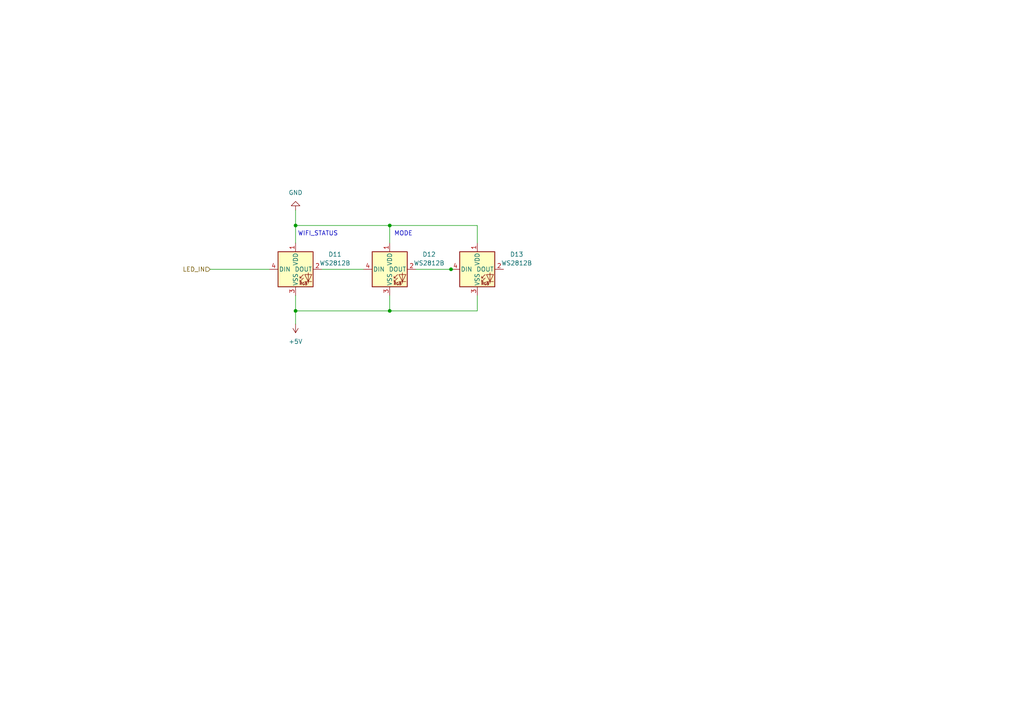
<source format=kicad_sch>
(kicad_sch (version 20211123) (generator eeschema)
  (paper "A4")
  (lib_symbols
    (symbol "LED:WS2812B" (pin_names (offset 0.254))
      (property "Reference" "D" (at 5.08 5.715 0))
      (property "Value" "WS2812B" (at 1.27 -5.715 0))
      (symbol "WS2812B_0_0"
        (text "RGB" (at 2.286 -4.191 0) (effects (font (size 0.762 0.762))))
      )
      (symbol "WS2812B_0_1"
        (polyline (pts (xy 1.27 -3.556) (xy 1.778 -3.556)))
        (polyline (pts (xy 1.27 -2.54) (xy 1.778 -2.54)))
        (polyline (pts (xy 4.699 -3.556) (xy 2.667 -3.556)))
        (polyline (pts (xy 2.286 -2.54) (xy 1.27 -3.556) (xy 1.27 -3.048)))
        (polyline (pts (xy 2.286 -1.524) (xy 1.27 -2.54) (xy 1.27 -2.032)))
        (polyline (pts (xy 3.683 -1.016) (xy 3.683 -3.556) (xy 3.683 -4.064)))
        (polyline (pts (xy 4.699 -1.524) (xy 2.667 -1.524) (xy 3.683 -3.556) (xy 4.699 -1.524)))
        (rectangle (start 5.08 5.08) (end -5.08 -5.08) (stroke (width 0.254)) (fill (type background)))
      )
      (symbol "WS2812B_1_1"
        (pin power_in line (at 0 7.62 270) (length 2.54) (name "VDD") (number "1"))
        (pin output line (at 7.62 0 180) (length 2.54) (name "DOUT") (number "2"))
        (pin power_in line (at 0 -7.62 90) (length 2.54) (name "VSS") (number "3"))
        (pin input line (at -7.62 0 0) (length 2.54) (name "DIN") (number "4"))
      )
    )
    (symbol "power:+5V" (power) (pin_names (offset 0))
      (property "Value" "+5V" (at 0 3.556 0))
      (symbol "+5V_0_1"
        (polyline (pts (xy -0.762 1.27) (xy 0 2.54)))
        (polyline (pts (xy 0 0) (xy 0 2.54)))
        (polyline (pts (xy 0 2.54) (xy 0.762 1.27)))
      )
      (symbol "+5V_1_1"
        (pin power_in line (at 0 0 90) (length 0) hide (name "+5V") (number "1"))
      )
    )
    (symbol "power:GND" (power) (pin_names (offset 0))
      (property "Value" "GND" (at 0 -3.81 0))
      (symbol "GND_0_1"
        (polyline (pts (xy 0 0) (xy 0 -1.27) (xy 1.27 -1.27) (xy 0 -2.54) (xy -1.27 -1.27) (xy 0 -1.27)))
      )
      (symbol "GND_1_1"
        (pin power_in line (at 0 0 270) (length 0) hide (name "GND") (number "1"))
      )
    )
  )
  (junction (at 130.81 78.105))
  (junction (at 85.725 90.17))
  (junction (at 113.03 90.17))
  (junction (at 113.03 65.405))
  (junction (at 85.725 65.405))
  (wire (pts (xy 60.96 78.105) (xy 78.105 78.105)))
  (wire (pts (xy 120.65 78.105) (xy 130.81 78.105)))
  (wire (pts (xy 113.03 70.485) (xy 113.03 65.405)))
  (wire (pts (xy 130.81 78.105) (xy 131.445 78.105)))
  (wire (pts (xy 138.43 65.405) (xy 113.03 65.405)))
  (wire (pts (xy 85.725 65.405) (xy 85.725 70.485)))
  (wire (pts (xy 113.03 65.405) (xy 85.725 65.405)))
  (wire (pts (xy 85.725 90.17) (xy 85.725 93.98)))
  (wire (pts (xy 93.345 78.105) (xy 105.41 78.105)))
  (wire (pts (xy 85.725 85.725) (xy 85.725 90.17)))
  (wire (pts (xy 113.03 90.17) (xy 138.43 90.17)))
  (wire (pts (xy 113.03 90.17) (xy 85.725 90.17)))
  (wire (pts (xy 138.43 70.485) (xy 138.43 65.405)))
  (wire (pts (xy 138.43 85.725) (xy 138.43 90.17)))
  (wire (pts (xy 85.725 60.96) (xy 85.725 65.405)))
  (wire (pts (xy 113.03 85.725) (xy 113.03 90.17)))
  (text "WIFI_STATUS" (at 86.36 68.58 0) (effects (font (size 1.27 1.27)) (justify left bottom)))
  (text "MODE\n" (at 114.3 68.58 0) (effects (font (size 1.27 1.27)) (justify left bottom)))
  (hierarchical_label "LED_IN" (shape input) (at 60.96 78.105 180))
  (symbol (lib_id "LED:WS2812B") (at 138.43 78.105 0) (unit 1)
    (property "Reference" "D13" (at 149.86 73.7743 0))
    (property "Value" "WS2812B" (at 149.86 76.3143 0))
    (property "Footprint" "LED_SMD:LED_WS2812B_PLCC4_5.0x5.0mm_P3.2mm" (effects hide))
    (property "Datasheet" "https://cdn-shop.adafruit.com/datasheets/WS2812B.pdf" (effects hide))
  )
  (symbol (lib_id "power:+5V") (at 85.725 93.98 180) (unit 1)
    (property "Reference" "#PWR0123" (effects hide))
    (property "Value" "+5V" (at 85.725 99.06 0))
  )
  (symbol (lib_id "LED:WS2812B") (at 113.03 78.105 0) (unit 1)
    (property "Reference" "D12" (at 124.46 73.7743 0))
    (property "Value" "WS2812B" (at 124.46 76.3143 0))
    (property "Footprint" "LED_SMD:LED_WS2812B_PLCC4_5.0x5.0mm_P3.2mm" (effects hide))
    (property "Datasheet" "https://cdn-shop.adafruit.com/datasheets/WS2812B.pdf" (effects hide))
  )
  (symbol (lib_id "power:GND") (at 85.725 60.96 180) (unit 1)
    (property "Reference" "#PWR0124" (effects hide))
    (property "Value" "GND" (at 85.725 55.88 0))
  )
  (symbol (lib_id "LED:WS2812B") (at 85.725 78.105 0) (unit 1)
    (property "Reference" "D11" (at 97.155 73.7743 0))
    (property "Value" "WS2812B" (at 97.155 76.3143 0))
    (property "Footprint" "LED_SMD:LED_WS2812B_PLCC4_5.0x5.0mm_P3.2mm" (effects hide))
    (property "Datasheet" "https://cdn-shop.adafruit.com/datasheets/WS2812B.pdf" (effects hide))
  )
)
</source>
